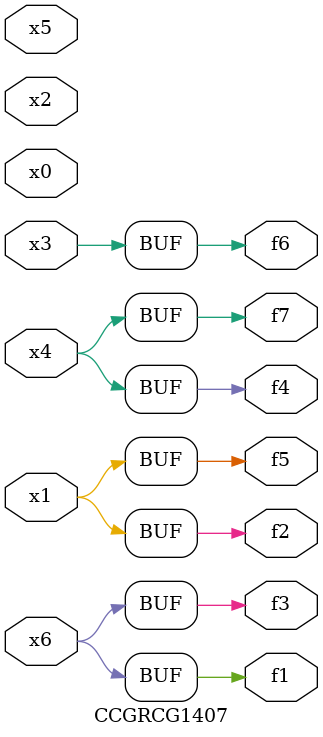
<source format=v>
module CCGRCG1407(
	input x0, x1, x2, x3, x4, x5, x6,
	output f1, f2, f3, f4, f5, f6, f7
);
	assign f1 = x6;
	assign f2 = x1;
	assign f3 = x6;
	assign f4 = x4;
	assign f5 = x1;
	assign f6 = x3;
	assign f7 = x4;
endmodule

</source>
